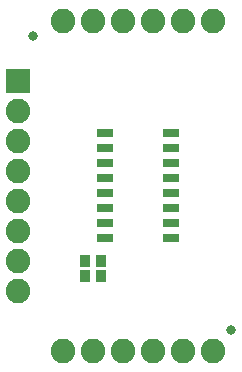
<source format=gbr>
G04 EAGLE Gerber RS-274X export*
G75*
%MOMM*%
%FSLAX34Y34*%
%LPD*%
%INSoldermask Top*%
%IPPOS*%
%AMOC8*
5,1,8,0,0,1.08239X$1,22.5*%
G01*
%ADD10R,1.403200X0.803200*%
%ADD11R,2.082800X2.082800*%
%ADD12C,2.082800*%
%ADD13R,0.903200X1.103200*%
%ADD14C,0.838200*%


D10*
X86300Y196850D03*
X86300Y184150D03*
X86300Y171450D03*
X86300Y158750D03*
X86300Y146050D03*
X86300Y133350D03*
X86300Y120650D03*
X86300Y107950D03*
X142300Y107950D03*
X142300Y120650D03*
X142300Y133350D03*
X142300Y146050D03*
X142300Y158750D03*
X142300Y171450D03*
X142300Y184150D03*
X142300Y196850D03*
D11*
X12700Y241300D03*
D12*
X12700Y215900D03*
X12700Y190500D03*
X12700Y165100D03*
X12700Y139700D03*
X12700Y114300D03*
X12700Y88900D03*
X12700Y63500D03*
X50800Y292100D03*
X76200Y292100D03*
X101600Y292100D03*
X127000Y292100D03*
X152400Y292100D03*
X177800Y292100D03*
X50800Y12700D03*
X76200Y12700D03*
X101600Y12700D03*
X127000Y12700D03*
X152400Y12700D03*
X177800Y12700D03*
D13*
X82700Y88900D03*
X69700Y88900D03*
X69700Y76200D03*
X82700Y76200D03*
D14*
X25400Y279400D03*
X193040Y30480D03*
M02*

</source>
